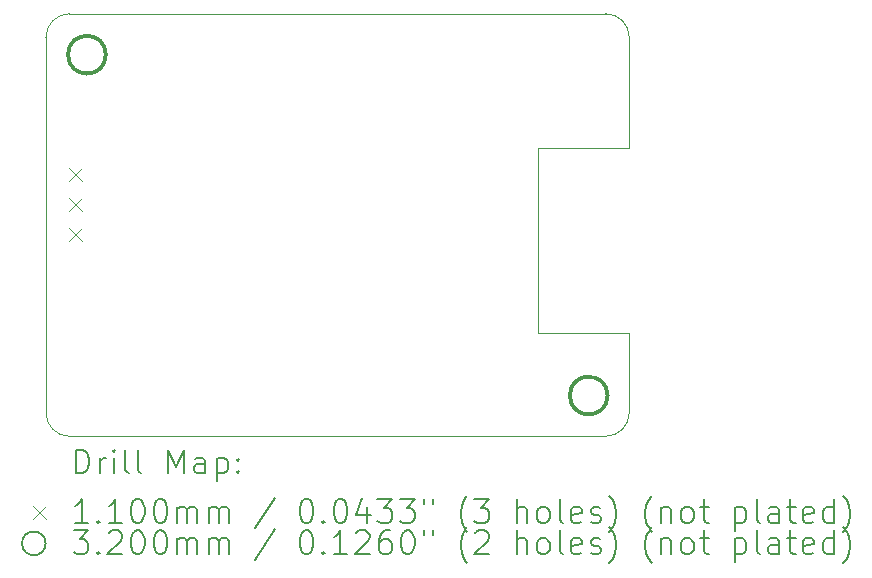
<source format=gbr>
%FSLAX45Y45*%
G04 Gerber Fmt 4.5, Leading zero omitted, Abs format (unit mm)*
G04 Created by KiCad (PCBNEW (6.0.1)) date 2022-11-28 18:30:30*
%MOMM*%
%LPD*%
G01*
G04 APERTURE LIST*
%TA.AperFunction,Profile*%
%ADD10C,0.050000*%
%TD*%
%ADD11C,0.200000*%
%ADD12C,0.110000*%
%ADD13C,0.320000*%
G04 APERTURE END LIST*
D10*
X-2474076Y-1607028D02*
G75*
G03*
X-2274076Y-1807028I200000J0D01*
G01*
X2266000Y-1807028D02*
G75*
G03*
X2466000Y-1607028I0J200000D01*
G01*
X2466000Y1570296D02*
G75*
G03*
X2266000Y1770296I-200000J0D01*
G01*
X1694826Y637148D02*
X1694826Y-931302D01*
X2466000Y637148D02*
X2466000Y1570296D01*
X2266000Y1770296D02*
X-2274076Y1770296D01*
X2466000Y-1607028D02*
X2466000Y-931405D01*
X-2474076Y1570296D02*
X-2474076Y-1607028D01*
X1694826Y-931302D02*
X2466000Y-931405D01*
X-2274076Y-1807028D02*
X2266000Y-1807028D01*
X2466000Y637148D02*
X1694826Y637148D01*
X-2274076Y1770296D02*
G75*
G03*
X-2474076Y1570296I0J-200000D01*
G01*
D11*
D12*
X-2276600Y462840D02*
X-2166600Y352840D01*
X-2166600Y462840D02*
X-2276600Y352840D01*
X-2276600Y208840D02*
X-2166600Y98840D01*
X-2166600Y208840D02*
X-2276600Y98840D01*
X-2276600Y-45160D02*
X-2166600Y-155160D01*
X-2166600Y-45160D02*
X-2276600Y-155160D01*
D13*
X-1966350Y1423840D02*
G75*
G03*
X-1966350Y1423840I-160000J0D01*
G01*
X2281800Y-1461600D02*
G75*
G03*
X2281800Y-1461600I-160000J0D01*
G01*
D11*
X-2218957Y-2120004D02*
X-2218957Y-1920004D01*
X-2171338Y-1920004D01*
X-2142767Y-1929528D01*
X-2123719Y-1948576D01*
X-2114195Y-1967623D01*
X-2104671Y-2005718D01*
X-2104671Y-2034290D01*
X-2114195Y-2072385D01*
X-2123719Y-2091433D01*
X-2142767Y-2110480D01*
X-2171338Y-2120004D01*
X-2218957Y-2120004D01*
X-2018957Y-2120004D02*
X-2018957Y-1986671D01*
X-2018957Y-2024766D02*
X-2009433Y-2005718D01*
X-1999909Y-1996195D01*
X-1980862Y-1986671D01*
X-1961814Y-1986671D01*
X-1895147Y-2120004D02*
X-1895147Y-1986671D01*
X-1895147Y-1920004D02*
X-1904671Y-1929528D01*
X-1895147Y-1939052D01*
X-1885624Y-1929528D01*
X-1895147Y-1920004D01*
X-1895147Y-1939052D01*
X-1771338Y-2120004D02*
X-1790386Y-2110480D01*
X-1799909Y-2091433D01*
X-1799909Y-1920004D01*
X-1666576Y-2120004D02*
X-1685624Y-2110480D01*
X-1695147Y-2091433D01*
X-1695147Y-1920004D01*
X-1438005Y-2120004D02*
X-1438005Y-1920004D01*
X-1371338Y-2062861D01*
X-1304671Y-1920004D01*
X-1304671Y-2120004D01*
X-1123719Y-2120004D02*
X-1123719Y-2015242D01*
X-1133243Y-1996195D01*
X-1152290Y-1986671D01*
X-1190386Y-1986671D01*
X-1209433Y-1996195D01*
X-1123719Y-2110480D02*
X-1142767Y-2120004D01*
X-1190386Y-2120004D01*
X-1209433Y-2110480D01*
X-1218957Y-2091433D01*
X-1218957Y-2072385D01*
X-1209433Y-2053337D01*
X-1190386Y-2043814D01*
X-1142767Y-2043814D01*
X-1123719Y-2034290D01*
X-1028481Y-1986671D02*
X-1028481Y-2186671D01*
X-1028481Y-1996195D02*
X-1009433Y-1986671D01*
X-971338Y-1986671D01*
X-952290Y-1996195D01*
X-942766Y-2005718D01*
X-933243Y-2024766D01*
X-933243Y-2081909D01*
X-942766Y-2100957D01*
X-952290Y-2110480D01*
X-971338Y-2120004D01*
X-1009433Y-2120004D01*
X-1028481Y-2110480D01*
X-847528Y-2100957D02*
X-838005Y-2110480D01*
X-847528Y-2120004D01*
X-857052Y-2110480D01*
X-847528Y-2100957D01*
X-847528Y-2120004D01*
X-847528Y-1996195D02*
X-838005Y-2005718D01*
X-847528Y-2015242D01*
X-857052Y-2005718D01*
X-847528Y-1996195D01*
X-847528Y-2015242D01*
D12*
X-2586576Y-2394528D02*
X-2476576Y-2504528D01*
X-2476576Y-2394528D02*
X-2586576Y-2504528D01*
D11*
X-2114195Y-2540004D02*
X-2228481Y-2540004D01*
X-2171338Y-2540004D02*
X-2171338Y-2340004D01*
X-2190386Y-2368576D01*
X-2209433Y-2387623D01*
X-2228481Y-2397147D01*
X-2028481Y-2520957D02*
X-2018957Y-2530480D01*
X-2028481Y-2540004D01*
X-2038005Y-2530480D01*
X-2028481Y-2520957D01*
X-2028481Y-2540004D01*
X-1828481Y-2540004D02*
X-1942766Y-2540004D01*
X-1885624Y-2540004D02*
X-1885624Y-2340004D01*
X-1904671Y-2368576D01*
X-1923719Y-2387623D01*
X-1942766Y-2397147D01*
X-1704671Y-2340004D02*
X-1685624Y-2340004D01*
X-1666576Y-2349528D01*
X-1657052Y-2359052D01*
X-1647528Y-2378099D01*
X-1638005Y-2416195D01*
X-1638005Y-2463814D01*
X-1647528Y-2501909D01*
X-1657052Y-2520957D01*
X-1666576Y-2530480D01*
X-1685624Y-2540004D01*
X-1704671Y-2540004D01*
X-1723719Y-2530480D01*
X-1733243Y-2520957D01*
X-1742766Y-2501909D01*
X-1752290Y-2463814D01*
X-1752290Y-2416195D01*
X-1742766Y-2378099D01*
X-1733243Y-2359052D01*
X-1723719Y-2349528D01*
X-1704671Y-2340004D01*
X-1514195Y-2340004D02*
X-1495147Y-2340004D01*
X-1476100Y-2349528D01*
X-1466576Y-2359052D01*
X-1457052Y-2378099D01*
X-1447528Y-2416195D01*
X-1447528Y-2463814D01*
X-1457052Y-2501909D01*
X-1466576Y-2520957D01*
X-1476100Y-2530480D01*
X-1495147Y-2540004D01*
X-1514195Y-2540004D01*
X-1533243Y-2530480D01*
X-1542766Y-2520957D01*
X-1552290Y-2501909D01*
X-1561814Y-2463814D01*
X-1561814Y-2416195D01*
X-1552290Y-2378099D01*
X-1542766Y-2359052D01*
X-1533243Y-2349528D01*
X-1514195Y-2340004D01*
X-1361814Y-2540004D02*
X-1361814Y-2406671D01*
X-1361814Y-2425718D02*
X-1352290Y-2416195D01*
X-1333243Y-2406671D01*
X-1304671Y-2406671D01*
X-1285624Y-2416195D01*
X-1276100Y-2435242D01*
X-1276100Y-2540004D01*
X-1276100Y-2435242D02*
X-1266576Y-2416195D01*
X-1247528Y-2406671D01*
X-1218957Y-2406671D01*
X-1199909Y-2416195D01*
X-1190386Y-2435242D01*
X-1190386Y-2540004D01*
X-1095148Y-2540004D02*
X-1095148Y-2406671D01*
X-1095148Y-2425718D02*
X-1085624Y-2416195D01*
X-1066576Y-2406671D01*
X-1038005Y-2406671D01*
X-1018957Y-2416195D01*
X-1009433Y-2435242D01*
X-1009433Y-2540004D01*
X-1009433Y-2435242D02*
X-999909Y-2416195D01*
X-980862Y-2406671D01*
X-952290Y-2406671D01*
X-933243Y-2416195D01*
X-923719Y-2435242D01*
X-923719Y-2540004D01*
X-533243Y-2330480D02*
X-704671Y-2587623D01*
X-276100Y-2340004D02*
X-257052Y-2340004D01*
X-238005Y-2349528D01*
X-228481Y-2359052D01*
X-218957Y-2378099D01*
X-209433Y-2416195D01*
X-209433Y-2463814D01*
X-218957Y-2501909D01*
X-228481Y-2520957D01*
X-238005Y-2530480D01*
X-257052Y-2540004D01*
X-276100Y-2540004D01*
X-295148Y-2530480D01*
X-304671Y-2520957D01*
X-314195Y-2501909D01*
X-323719Y-2463814D01*
X-323719Y-2416195D01*
X-314195Y-2378099D01*
X-304671Y-2359052D01*
X-295148Y-2349528D01*
X-276100Y-2340004D01*
X-123719Y-2520957D02*
X-114195Y-2530480D01*
X-123719Y-2540004D01*
X-133243Y-2530480D01*
X-123719Y-2520957D01*
X-123719Y-2540004D01*
X9614Y-2340004D02*
X28662Y-2340004D01*
X47710Y-2349528D01*
X57233Y-2359052D01*
X66757Y-2378099D01*
X76281Y-2416195D01*
X76281Y-2463814D01*
X66757Y-2501909D01*
X57233Y-2520957D01*
X47710Y-2530480D01*
X28662Y-2540004D01*
X9614Y-2540004D01*
X-9433Y-2530480D01*
X-18957Y-2520957D01*
X-28481Y-2501909D01*
X-38005Y-2463814D01*
X-38005Y-2416195D01*
X-28481Y-2378099D01*
X-18957Y-2359052D01*
X-9433Y-2349528D01*
X9614Y-2340004D01*
X247710Y-2406671D02*
X247710Y-2540004D01*
X200091Y-2330480D02*
X152472Y-2473338D01*
X276281Y-2473338D01*
X333424Y-2340004D02*
X457233Y-2340004D01*
X390567Y-2416195D01*
X419138Y-2416195D01*
X438186Y-2425718D01*
X447710Y-2435242D01*
X457233Y-2454290D01*
X457233Y-2501909D01*
X447710Y-2520957D01*
X438186Y-2530480D01*
X419138Y-2540004D01*
X361995Y-2540004D01*
X342948Y-2530480D01*
X333424Y-2520957D01*
X523900Y-2340004D02*
X647710Y-2340004D01*
X581043Y-2416195D01*
X609614Y-2416195D01*
X628662Y-2425718D01*
X638186Y-2435242D01*
X647710Y-2454290D01*
X647710Y-2501909D01*
X638186Y-2520957D01*
X628662Y-2530480D01*
X609614Y-2540004D01*
X552472Y-2540004D01*
X533424Y-2530480D01*
X523900Y-2520957D01*
X723900Y-2340004D02*
X723900Y-2378099D01*
X800091Y-2340004D02*
X800091Y-2378099D01*
X1095329Y-2616195D02*
X1085805Y-2606671D01*
X1066757Y-2578099D01*
X1057234Y-2559052D01*
X1047710Y-2530480D01*
X1038186Y-2482861D01*
X1038186Y-2444766D01*
X1047710Y-2397147D01*
X1057234Y-2368576D01*
X1066757Y-2349528D01*
X1085805Y-2320957D01*
X1095329Y-2311433D01*
X1152472Y-2340004D02*
X1276281Y-2340004D01*
X1209614Y-2416195D01*
X1238186Y-2416195D01*
X1257234Y-2425718D01*
X1266757Y-2435242D01*
X1276281Y-2454290D01*
X1276281Y-2501909D01*
X1266757Y-2520957D01*
X1257234Y-2530480D01*
X1238186Y-2540004D01*
X1181043Y-2540004D01*
X1161995Y-2530480D01*
X1152472Y-2520957D01*
X1514376Y-2540004D02*
X1514376Y-2340004D01*
X1600091Y-2540004D02*
X1600091Y-2435242D01*
X1590567Y-2416195D01*
X1571519Y-2406671D01*
X1542948Y-2406671D01*
X1523900Y-2416195D01*
X1514376Y-2425718D01*
X1723900Y-2540004D02*
X1704852Y-2530480D01*
X1695329Y-2520957D01*
X1685805Y-2501909D01*
X1685805Y-2444766D01*
X1695329Y-2425718D01*
X1704852Y-2416195D01*
X1723900Y-2406671D01*
X1752472Y-2406671D01*
X1771519Y-2416195D01*
X1781043Y-2425718D01*
X1790567Y-2444766D01*
X1790567Y-2501909D01*
X1781043Y-2520957D01*
X1771519Y-2530480D01*
X1752472Y-2540004D01*
X1723900Y-2540004D01*
X1904852Y-2540004D02*
X1885805Y-2530480D01*
X1876281Y-2511433D01*
X1876281Y-2340004D01*
X2057233Y-2530480D02*
X2038186Y-2540004D01*
X2000091Y-2540004D01*
X1981043Y-2530480D01*
X1971519Y-2511433D01*
X1971519Y-2435242D01*
X1981043Y-2416195D01*
X2000091Y-2406671D01*
X2038186Y-2406671D01*
X2057233Y-2416195D01*
X2066757Y-2435242D01*
X2066757Y-2454290D01*
X1971519Y-2473338D01*
X2142948Y-2530480D02*
X2161995Y-2540004D01*
X2200091Y-2540004D01*
X2219138Y-2530480D01*
X2228662Y-2511433D01*
X2228662Y-2501909D01*
X2219138Y-2482861D01*
X2200091Y-2473338D01*
X2171519Y-2473338D01*
X2152472Y-2463814D01*
X2142948Y-2444766D01*
X2142948Y-2435242D01*
X2152472Y-2416195D01*
X2171519Y-2406671D01*
X2200091Y-2406671D01*
X2219138Y-2416195D01*
X2295329Y-2616195D02*
X2304853Y-2606671D01*
X2323900Y-2578099D01*
X2333424Y-2559052D01*
X2342948Y-2530480D01*
X2352472Y-2482861D01*
X2352472Y-2444766D01*
X2342948Y-2397147D01*
X2333424Y-2368576D01*
X2323900Y-2349528D01*
X2304853Y-2320957D01*
X2295329Y-2311433D01*
X2657234Y-2616195D02*
X2647710Y-2606671D01*
X2628662Y-2578099D01*
X2619138Y-2559052D01*
X2609614Y-2530480D01*
X2600091Y-2482861D01*
X2600091Y-2444766D01*
X2609614Y-2397147D01*
X2619138Y-2368576D01*
X2628662Y-2349528D01*
X2647710Y-2320957D01*
X2657234Y-2311433D01*
X2733424Y-2406671D02*
X2733424Y-2540004D01*
X2733424Y-2425718D02*
X2742948Y-2416195D01*
X2761995Y-2406671D01*
X2790567Y-2406671D01*
X2809614Y-2416195D01*
X2819138Y-2435242D01*
X2819138Y-2540004D01*
X2942948Y-2540004D02*
X2923900Y-2530480D01*
X2914376Y-2520957D01*
X2904852Y-2501909D01*
X2904852Y-2444766D01*
X2914376Y-2425718D01*
X2923900Y-2416195D01*
X2942948Y-2406671D01*
X2971519Y-2406671D01*
X2990567Y-2416195D01*
X3000091Y-2425718D01*
X3009614Y-2444766D01*
X3009614Y-2501909D01*
X3000091Y-2520957D01*
X2990567Y-2530480D01*
X2971519Y-2540004D01*
X2942948Y-2540004D01*
X3066757Y-2406671D02*
X3142948Y-2406671D01*
X3095329Y-2340004D02*
X3095329Y-2511433D01*
X3104852Y-2530480D01*
X3123900Y-2540004D01*
X3142948Y-2540004D01*
X3361995Y-2406671D02*
X3361995Y-2606671D01*
X3361995Y-2416195D02*
X3381043Y-2406671D01*
X3419138Y-2406671D01*
X3438186Y-2416195D01*
X3447710Y-2425718D01*
X3457233Y-2444766D01*
X3457233Y-2501909D01*
X3447710Y-2520957D01*
X3438186Y-2530480D01*
X3419138Y-2540004D01*
X3381043Y-2540004D01*
X3361995Y-2530480D01*
X3571519Y-2540004D02*
X3552472Y-2530480D01*
X3542948Y-2511433D01*
X3542948Y-2340004D01*
X3733424Y-2540004D02*
X3733424Y-2435242D01*
X3723900Y-2416195D01*
X3704852Y-2406671D01*
X3666757Y-2406671D01*
X3647710Y-2416195D01*
X3733424Y-2530480D02*
X3714376Y-2540004D01*
X3666757Y-2540004D01*
X3647710Y-2530480D01*
X3638186Y-2511433D01*
X3638186Y-2492385D01*
X3647710Y-2473338D01*
X3666757Y-2463814D01*
X3714376Y-2463814D01*
X3733424Y-2454290D01*
X3800091Y-2406671D02*
X3876281Y-2406671D01*
X3828662Y-2340004D02*
X3828662Y-2511433D01*
X3838186Y-2530480D01*
X3857233Y-2540004D01*
X3876281Y-2540004D01*
X4019138Y-2530480D02*
X4000091Y-2540004D01*
X3961995Y-2540004D01*
X3942948Y-2530480D01*
X3933424Y-2511433D01*
X3933424Y-2435242D01*
X3942948Y-2416195D01*
X3961995Y-2406671D01*
X4000091Y-2406671D01*
X4019138Y-2416195D01*
X4028662Y-2435242D01*
X4028662Y-2454290D01*
X3933424Y-2473338D01*
X4200091Y-2540004D02*
X4200091Y-2340004D01*
X4200091Y-2530480D02*
X4181043Y-2540004D01*
X4142948Y-2540004D01*
X4123900Y-2530480D01*
X4114376Y-2520957D01*
X4104852Y-2501909D01*
X4104852Y-2444766D01*
X4114376Y-2425718D01*
X4123900Y-2416195D01*
X4142948Y-2406671D01*
X4181043Y-2406671D01*
X4200091Y-2416195D01*
X4276281Y-2616195D02*
X4285805Y-2606671D01*
X4304853Y-2578099D01*
X4314376Y-2559052D01*
X4323900Y-2530480D01*
X4333424Y-2482861D01*
X4333424Y-2444766D01*
X4323900Y-2397147D01*
X4314376Y-2368576D01*
X4304853Y-2349528D01*
X4285805Y-2320957D01*
X4276281Y-2311433D01*
X-2476576Y-2713528D02*
G75*
G03*
X-2476576Y-2713528I-100000J0D01*
G01*
X-2238005Y-2604004D02*
X-2114195Y-2604004D01*
X-2180862Y-2680195D01*
X-2152290Y-2680195D01*
X-2133243Y-2689718D01*
X-2123719Y-2699242D01*
X-2114195Y-2718290D01*
X-2114195Y-2765909D01*
X-2123719Y-2784957D01*
X-2133243Y-2794480D01*
X-2152290Y-2804004D01*
X-2209433Y-2804004D01*
X-2228481Y-2794480D01*
X-2238005Y-2784957D01*
X-2028481Y-2784957D02*
X-2018957Y-2794480D01*
X-2028481Y-2804004D01*
X-2038005Y-2794480D01*
X-2028481Y-2784957D01*
X-2028481Y-2804004D01*
X-1942766Y-2623052D02*
X-1933243Y-2613528D01*
X-1914195Y-2604004D01*
X-1866576Y-2604004D01*
X-1847528Y-2613528D01*
X-1838005Y-2623052D01*
X-1828481Y-2642099D01*
X-1828481Y-2661147D01*
X-1838005Y-2689718D01*
X-1952290Y-2804004D01*
X-1828481Y-2804004D01*
X-1704671Y-2604004D02*
X-1685624Y-2604004D01*
X-1666576Y-2613528D01*
X-1657052Y-2623052D01*
X-1647528Y-2642099D01*
X-1638005Y-2680195D01*
X-1638005Y-2727814D01*
X-1647528Y-2765909D01*
X-1657052Y-2784957D01*
X-1666576Y-2794480D01*
X-1685624Y-2804004D01*
X-1704671Y-2804004D01*
X-1723719Y-2794480D01*
X-1733243Y-2784957D01*
X-1742766Y-2765909D01*
X-1752290Y-2727814D01*
X-1752290Y-2680195D01*
X-1742766Y-2642099D01*
X-1733243Y-2623052D01*
X-1723719Y-2613528D01*
X-1704671Y-2604004D01*
X-1514195Y-2604004D02*
X-1495147Y-2604004D01*
X-1476100Y-2613528D01*
X-1466576Y-2623052D01*
X-1457052Y-2642099D01*
X-1447528Y-2680195D01*
X-1447528Y-2727814D01*
X-1457052Y-2765909D01*
X-1466576Y-2784957D01*
X-1476100Y-2794480D01*
X-1495147Y-2804004D01*
X-1514195Y-2804004D01*
X-1533243Y-2794480D01*
X-1542766Y-2784957D01*
X-1552290Y-2765909D01*
X-1561814Y-2727814D01*
X-1561814Y-2680195D01*
X-1552290Y-2642099D01*
X-1542766Y-2623052D01*
X-1533243Y-2613528D01*
X-1514195Y-2604004D01*
X-1361814Y-2804004D02*
X-1361814Y-2670671D01*
X-1361814Y-2689718D02*
X-1352290Y-2680195D01*
X-1333243Y-2670671D01*
X-1304671Y-2670671D01*
X-1285624Y-2680195D01*
X-1276100Y-2699242D01*
X-1276100Y-2804004D01*
X-1276100Y-2699242D02*
X-1266576Y-2680195D01*
X-1247528Y-2670671D01*
X-1218957Y-2670671D01*
X-1199909Y-2680195D01*
X-1190386Y-2699242D01*
X-1190386Y-2804004D01*
X-1095148Y-2804004D02*
X-1095148Y-2670671D01*
X-1095148Y-2689718D02*
X-1085624Y-2680195D01*
X-1066576Y-2670671D01*
X-1038005Y-2670671D01*
X-1018957Y-2680195D01*
X-1009433Y-2699242D01*
X-1009433Y-2804004D01*
X-1009433Y-2699242D02*
X-999909Y-2680195D01*
X-980862Y-2670671D01*
X-952290Y-2670671D01*
X-933243Y-2680195D01*
X-923719Y-2699242D01*
X-923719Y-2804004D01*
X-533243Y-2594480D02*
X-704671Y-2851623D01*
X-276100Y-2604004D02*
X-257052Y-2604004D01*
X-238005Y-2613528D01*
X-228481Y-2623052D01*
X-218957Y-2642099D01*
X-209433Y-2680195D01*
X-209433Y-2727814D01*
X-218957Y-2765909D01*
X-228481Y-2784957D01*
X-238005Y-2794480D01*
X-257052Y-2804004D01*
X-276100Y-2804004D01*
X-295148Y-2794480D01*
X-304671Y-2784957D01*
X-314195Y-2765909D01*
X-323719Y-2727814D01*
X-323719Y-2680195D01*
X-314195Y-2642099D01*
X-304671Y-2623052D01*
X-295148Y-2613528D01*
X-276100Y-2604004D01*
X-123719Y-2784957D02*
X-114195Y-2794480D01*
X-123719Y-2804004D01*
X-133243Y-2794480D01*
X-123719Y-2784957D01*
X-123719Y-2804004D01*
X76281Y-2804004D02*
X-38005Y-2804004D01*
X19138Y-2804004D02*
X19138Y-2604004D01*
X91Y-2632576D01*
X-18957Y-2651623D01*
X-38005Y-2661147D01*
X152472Y-2623052D02*
X161995Y-2613528D01*
X181043Y-2604004D01*
X228662Y-2604004D01*
X247710Y-2613528D01*
X257233Y-2623052D01*
X266757Y-2642099D01*
X266757Y-2661147D01*
X257233Y-2689718D01*
X142948Y-2804004D01*
X266757Y-2804004D01*
X438186Y-2604004D02*
X400091Y-2604004D01*
X381043Y-2613528D01*
X371519Y-2623052D01*
X352472Y-2651623D01*
X342948Y-2689718D01*
X342948Y-2765909D01*
X352472Y-2784957D01*
X361995Y-2794480D01*
X381043Y-2804004D01*
X419138Y-2804004D01*
X438186Y-2794480D01*
X447710Y-2784957D01*
X457233Y-2765909D01*
X457233Y-2718290D01*
X447710Y-2699242D01*
X438186Y-2689718D01*
X419138Y-2680195D01*
X381043Y-2680195D01*
X361995Y-2689718D01*
X352472Y-2699242D01*
X342948Y-2718290D01*
X581043Y-2604004D02*
X600091Y-2604004D01*
X619138Y-2613528D01*
X628662Y-2623052D01*
X638186Y-2642099D01*
X647710Y-2680195D01*
X647710Y-2727814D01*
X638186Y-2765909D01*
X628662Y-2784957D01*
X619138Y-2794480D01*
X600091Y-2804004D01*
X581043Y-2804004D01*
X561995Y-2794480D01*
X552472Y-2784957D01*
X542948Y-2765909D01*
X533424Y-2727814D01*
X533424Y-2680195D01*
X542948Y-2642099D01*
X552472Y-2623052D01*
X561995Y-2613528D01*
X581043Y-2604004D01*
X723900Y-2604004D02*
X723900Y-2642099D01*
X800091Y-2604004D02*
X800091Y-2642099D01*
X1095329Y-2880195D02*
X1085805Y-2870671D01*
X1066757Y-2842099D01*
X1057234Y-2823052D01*
X1047710Y-2794480D01*
X1038186Y-2746861D01*
X1038186Y-2708766D01*
X1047710Y-2661147D01*
X1057234Y-2632576D01*
X1066757Y-2613528D01*
X1085805Y-2584957D01*
X1095329Y-2575433D01*
X1161995Y-2623052D02*
X1171519Y-2613528D01*
X1190567Y-2604004D01*
X1238186Y-2604004D01*
X1257234Y-2613528D01*
X1266757Y-2623052D01*
X1276281Y-2642099D01*
X1276281Y-2661147D01*
X1266757Y-2689718D01*
X1152472Y-2804004D01*
X1276281Y-2804004D01*
X1514376Y-2804004D02*
X1514376Y-2604004D01*
X1600091Y-2804004D02*
X1600091Y-2699242D01*
X1590567Y-2680195D01*
X1571519Y-2670671D01*
X1542948Y-2670671D01*
X1523900Y-2680195D01*
X1514376Y-2689718D01*
X1723900Y-2804004D02*
X1704852Y-2794480D01*
X1695329Y-2784957D01*
X1685805Y-2765909D01*
X1685805Y-2708766D01*
X1695329Y-2689718D01*
X1704852Y-2680195D01*
X1723900Y-2670671D01*
X1752472Y-2670671D01*
X1771519Y-2680195D01*
X1781043Y-2689718D01*
X1790567Y-2708766D01*
X1790567Y-2765909D01*
X1781043Y-2784957D01*
X1771519Y-2794480D01*
X1752472Y-2804004D01*
X1723900Y-2804004D01*
X1904852Y-2804004D02*
X1885805Y-2794480D01*
X1876281Y-2775433D01*
X1876281Y-2604004D01*
X2057233Y-2794480D02*
X2038186Y-2804004D01*
X2000091Y-2804004D01*
X1981043Y-2794480D01*
X1971519Y-2775433D01*
X1971519Y-2699242D01*
X1981043Y-2680195D01*
X2000091Y-2670671D01*
X2038186Y-2670671D01*
X2057233Y-2680195D01*
X2066757Y-2699242D01*
X2066757Y-2718290D01*
X1971519Y-2737338D01*
X2142948Y-2794480D02*
X2161995Y-2804004D01*
X2200091Y-2804004D01*
X2219138Y-2794480D01*
X2228662Y-2775433D01*
X2228662Y-2765909D01*
X2219138Y-2746861D01*
X2200091Y-2737338D01*
X2171519Y-2737338D01*
X2152472Y-2727814D01*
X2142948Y-2708766D01*
X2142948Y-2699242D01*
X2152472Y-2680195D01*
X2171519Y-2670671D01*
X2200091Y-2670671D01*
X2219138Y-2680195D01*
X2295329Y-2880195D02*
X2304853Y-2870671D01*
X2323900Y-2842099D01*
X2333424Y-2823052D01*
X2342948Y-2794480D01*
X2352472Y-2746861D01*
X2352472Y-2708766D01*
X2342948Y-2661147D01*
X2333424Y-2632576D01*
X2323900Y-2613528D01*
X2304853Y-2584957D01*
X2295329Y-2575433D01*
X2657234Y-2880195D02*
X2647710Y-2870671D01*
X2628662Y-2842099D01*
X2619138Y-2823052D01*
X2609614Y-2794480D01*
X2600091Y-2746861D01*
X2600091Y-2708766D01*
X2609614Y-2661147D01*
X2619138Y-2632576D01*
X2628662Y-2613528D01*
X2647710Y-2584957D01*
X2657234Y-2575433D01*
X2733424Y-2670671D02*
X2733424Y-2804004D01*
X2733424Y-2689718D02*
X2742948Y-2680195D01*
X2761995Y-2670671D01*
X2790567Y-2670671D01*
X2809614Y-2680195D01*
X2819138Y-2699242D01*
X2819138Y-2804004D01*
X2942948Y-2804004D02*
X2923900Y-2794480D01*
X2914376Y-2784957D01*
X2904852Y-2765909D01*
X2904852Y-2708766D01*
X2914376Y-2689718D01*
X2923900Y-2680195D01*
X2942948Y-2670671D01*
X2971519Y-2670671D01*
X2990567Y-2680195D01*
X3000091Y-2689718D01*
X3009614Y-2708766D01*
X3009614Y-2765909D01*
X3000091Y-2784957D01*
X2990567Y-2794480D01*
X2971519Y-2804004D01*
X2942948Y-2804004D01*
X3066757Y-2670671D02*
X3142948Y-2670671D01*
X3095329Y-2604004D02*
X3095329Y-2775433D01*
X3104852Y-2794480D01*
X3123900Y-2804004D01*
X3142948Y-2804004D01*
X3361995Y-2670671D02*
X3361995Y-2870671D01*
X3361995Y-2680195D02*
X3381043Y-2670671D01*
X3419138Y-2670671D01*
X3438186Y-2680195D01*
X3447710Y-2689718D01*
X3457233Y-2708766D01*
X3457233Y-2765909D01*
X3447710Y-2784957D01*
X3438186Y-2794480D01*
X3419138Y-2804004D01*
X3381043Y-2804004D01*
X3361995Y-2794480D01*
X3571519Y-2804004D02*
X3552472Y-2794480D01*
X3542948Y-2775433D01*
X3542948Y-2604004D01*
X3733424Y-2804004D02*
X3733424Y-2699242D01*
X3723900Y-2680195D01*
X3704852Y-2670671D01*
X3666757Y-2670671D01*
X3647710Y-2680195D01*
X3733424Y-2794480D02*
X3714376Y-2804004D01*
X3666757Y-2804004D01*
X3647710Y-2794480D01*
X3638186Y-2775433D01*
X3638186Y-2756385D01*
X3647710Y-2737338D01*
X3666757Y-2727814D01*
X3714376Y-2727814D01*
X3733424Y-2718290D01*
X3800091Y-2670671D02*
X3876281Y-2670671D01*
X3828662Y-2604004D02*
X3828662Y-2775433D01*
X3838186Y-2794480D01*
X3857233Y-2804004D01*
X3876281Y-2804004D01*
X4019138Y-2794480D02*
X4000091Y-2804004D01*
X3961995Y-2804004D01*
X3942948Y-2794480D01*
X3933424Y-2775433D01*
X3933424Y-2699242D01*
X3942948Y-2680195D01*
X3961995Y-2670671D01*
X4000091Y-2670671D01*
X4019138Y-2680195D01*
X4028662Y-2699242D01*
X4028662Y-2718290D01*
X3933424Y-2737338D01*
X4200091Y-2804004D02*
X4200091Y-2604004D01*
X4200091Y-2794480D02*
X4181043Y-2804004D01*
X4142948Y-2804004D01*
X4123900Y-2794480D01*
X4114376Y-2784957D01*
X4104852Y-2765909D01*
X4104852Y-2708766D01*
X4114376Y-2689718D01*
X4123900Y-2680195D01*
X4142948Y-2670671D01*
X4181043Y-2670671D01*
X4200091Y-2680195D01*
X4276281Y-2880195D02*
X4285805Y-2870671D01*
X4304853Y-2842099D01*
X4314376Y-2823052D01*
X4323900Y-2794480D01*
X4333424Y-2746861D01*
X4333424Y-2708766D01*
X4323900Y-2661147D01*
X4314376Y-2632576D01*
X4304853Y-2613528D01*
X4285805Y-2584957D01*
X4276281Y-2575433D01*
M02*

</source>
